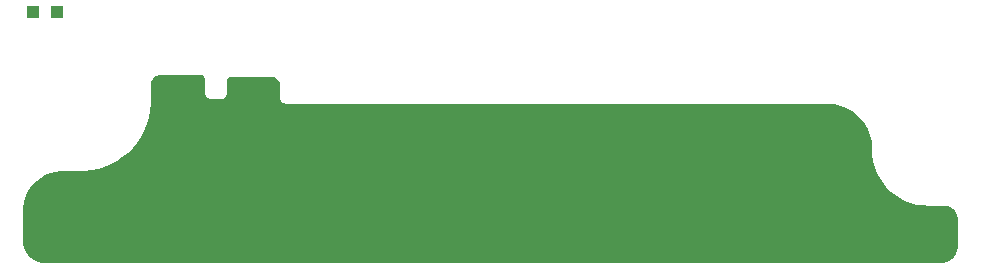
<source format=gbp>
G04*
G04 #@! TF.GenerationSoftware,Altium Limited,Altium Designer,18.1.9 (240)*
G04*
G04 Layer_Color=128*
%FSLAX25Y25*%
%MOIN*%
G70*
G01*
G75*
%ADD107R,0.03937X0.03937*%
G36*
X208622Y236240D02*
X208867Y235994D01*
X209000Y235673D01*
X209000Y235500D01*
X209000Y235500D01*
Y230500D01*
X209038Y230110D01*
X209337Y229389D01*
X209889Y228837D01*
X210610Y228538D01*
X211000Y228500D01*
X211000Y228500D01*
X214500Y228500D01*
X214890Y228538D01*
X215611Y228837D01*
X216163Y229389D01*
X216461Y230110D01*
X216500Y230500D01*
X216500Y230500D01*
Y235000D01*
Y235199D01*
X216652Y235566D01*
X216933Y235847D01*
X217301Y236000D01*
X217500Y236000D01*
X217500Y236000D01*
X231500Y236000D01*
X231975Y236000D01*
X232854Y235636D01*
X233526Y234964D01*
X233890Y234085D01*
X233890Y233610D01*
X233890Y233610D01*
Y229110D01*
X233930Y228698D01*
X234245Y227938D01*
X234827Y227356D01*
X235588Y227041D01*
X236000Y227000D01*
X236000D01*
X416000Y227000D01*
X417016Y227000D01*
X419030Y226735D01*
X420993Y226209D01*
X422870Y225431D01*
X424630Y224415D01*
X426242Y223179D01*
X427678Y221742D01*
X428915Y220130D01*
X429931Y218370D01*
X430709Y216493D01*
X431235Y214530D01*
X431500Y212516D01*
X431500Y211500D01*
X431500Y211500D01*
X431540Y210290D01*
X431855Y207891D01*
X432482Y205553D01*
X433408Y203318D01*
X434618Y201222D01*
X436091Y199302D01*
X437802Y197591D01*
X439722Y196118D01*
X441818Y194908D01*
X444053Y193982D01*
X446391Y193356D01*
X448790Y193040D01*
X450000Y193000D01*
X450000D01*
X455500Y193000D01*
X455943D01*
X456813Y192827D01*
X457631Y192488D01*
X458369Y191995D01*
X458995Y191369D01*
X459488Y190631D01*
X459827Y189813D01*
X460000Y188943D01*
X460000Y188500D01*
X460000Y188500D01*
X460000Y179500D01*
Y178958D01*
X459789Y177896D01*
X459374Y176895D01*
X458772Y175994D01*
X458006Y175228D01*
X457105Y174626D01*
X456104Y174211D01*
X455042Y174000D01*
X155500D01*
X154811Y174000D01*
X153458Y174269D01*
X152184Y174797D01*
X151038Y175563D01*
X150063Y176538D01*
X149297Y177684D01*
X148769Y178958D01*
X148500Y180310D01*
X148500Y181000D01*
Y181000D01*
X148500Y191439D01*
Y192295D01*
X148723Y193993D01*
X149167Y195647D01*
X149822Y197228D01*
X150678Y198711D01*
X151720Y200069D01*
X152931Y201280D01*
X154289Y202322D01*
X155772Y203178D01*
X157353Y203833D01*
X159007Y204276D01*
X160705Y204500D01*
X161561D01*
X161561Y204500D01*
X167500Y204500D01*
X168653Y204528D01*
X170948Y204754D01*
X173210Y205204D01*
X175417Y205874D01*
X177548Y206756D01*
X179581Y207843D01*
X181499Y209125D01*
X183282Y210588D01*
X184912Y212218D01*
X186375Y214001D01*
X187657Y215919D01*
X188744Y217952D01*
X189626Y220083D01*
X190296Y222290D01*
X190746Y224552D01*
X190972Y226847D01*
X191000Y228000D01*
X191000Y228000D01*
Y233361D01*
Y233657D01*
X191116Y234239D01*
X191343Y234787D01*
X191672Y235281D01*
X192092Y235700D01*
X192585Y236030D01*
X193133Y236257D01*
X193715Y236373D01*
X194012Y236373D01*
X194012Y236373D01*
X208127Y236373D01*
X208301D01*
X208622Y236240D01*
D02*
G37*
D107*
X159856Y257500D02*
D03*
X151856D02*
D03*
M02*

</source>
